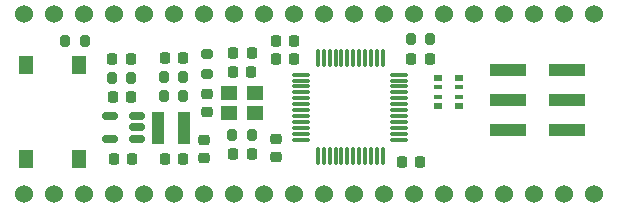
<source format=gbr>
%TF.GenerationSoftware,KiCad,Pcbnew,7.0.2*%
%TF.CreationDate,2023-06-20T04:44:58+07:00*%
%TF.ProjectId,STM32L431RCT6_prototype_board,53544d33-324c-4343-9331-524354365f70,rev?*%
%TF.SameCoordinates,Original*%
%TF.FileFunction,Soldermask,Top*%
%TF.FilePolarity,Negative*%
%FSLAX46Y46*%
G04 Gerber Fmt 4.6, Leading zero omitted, Abs format (unit mm)*
G04 Created by KiCad (PCBNEW 7.0.2) date 2023-06-20 04:44:58*
%MOMM*%
%LPD*%
G01*
G04 APERTURE LIST*
G04 Aperture macros list*
%AMRoundRect*
0 Rectangle with rounded corners*
0 $1 Rounding radius*
0 $2 $3 $4 $5 $6 $7 $8 $9 X,Y pos of 4 corners*
0 Add a 4 corners polygon primitive as box body*
4,1,4,$2,$3,$4,$5,$6,$7,$8,$9,$2,$3,0*
0 Add four circle primitives for the rounded corners*
1,1,$1+$1,$2,$3*
1,1,$1+$1,$4,$5*
1,1,$1+$1,$6,$7*
1,1,$1+$1,$8,$9*
0 Add four rect primitives between the rounded corners*
20,1,$1+$1,$2,$3,$4,$5,0*
20,1,$1+$1,$4,$5,$6,$7,0*
20,1,$1+$1,$6,$7,$8,$9,0*
20,1,$1+$1,$8,$9,$2,$3,0*%
G04 Aperture macros list end*
%ADD10RoundRect,0.225000X0.225000X0.250000X-0.225000X0.250000X-0.225000X-0.250000X0.225000X-0.250000X0*%
%ADD11RoundRect,0.225000X-0.225000X-0.250000X0.225000X-0.250000X0.225000X0.250000X-0.225000X0.250000X0*%
%ADD12RoundRect,0.200000X0.200000X0.275000X-0.200000X0.275000X-0.200000X-0.275000X0.200000X-0.275000X0*%
%ADD13R,0.800000X0.500000*%
%ADD14R,0.800000X0.400000*%
%ADD15RoundRect,0.225000X-0.250000X0.225000X-0.250000X-0.225000X0.250000X-0.225000X0.250000X0.225000X0*%
%ADD16R,1.000000X2.700000*%
%ADD17RoundRect,0.200000X-0.200000X-0.275000X0.200000X-0.275000X0.200000X0.275000X-0.200000X0.275000X0*%
%ADD18R,1.400000X1.200000*%
%ADD19RoundRect,0.225000X0.250000X-0.225000X0.250000X0.225000X-0.250000X0.225000X-0.250000X-0.225000X0*%
%ADD20C,1.524000*%
%ADD21R,3.150000X1.000000*%
%ADD22RoundRect,0.200000X0.275000X-0.200000X0.275000X0.200000X-0.275000X0.200000X-0.275000X-0.200000X0*%
%ADD23RoundRect,0.150000X0.512500X0.150000X-0.512500X0.150000X-0.512500X-0.150000X0.512500X-0.150000X0*%
%ADD24RoundRect,0.218750X0.218750X0.256250X-0.218750X0.256250X-0.218750X-0.256250X0.218750X-0.256250X0*%
%ADD25RoundRect,0.075000X-0.662500X-0.075000X0.662500X-0.075000X0.662500X0.075000X-0.662500X0.075000X0*%
%ADD26RoundRect,0.075000X-0.075000X-0.662500X0.075000X-0.662500X0.075000X0.662500X-0.075000X0.662500X0*%
%ADD27RoundRect,0.218750X-0.218750X-0.256250X0.218750X-0.256250X0.218750X0.256250X-0.218750X0.256250X0*%
%ADD28R,1.300000X1.550000*%
G04 APERTURE END LIST*
D10*
%TO.C,C10*%
X172475000Y-58500000D03*
X170925000Y-58500000D03*
%TD*%
D11*
%TO.C,C11*%
X170925000Y-67000000D03*
X172475000Y-67000000D03*
%TD*%
D12*
%TO.C,R4*%
X172525000Y-60100000D03*
X170875000Y-60100000D03*
%TD*%
D10*
%TO.C,C6*%
X181875000Y-57075000D03*
X180325000Y-57075000D03*
%TD*%
D13*
%TO.C,RN1*%
X195850000Y-62550000D03*
D14*
X195850000Y-61750000D03*
X195850000Y-60950000D03*
D13*
X195850000Y-60150000D03*
X194050000Y-60150000D03*
D14*
X194050000Y-60950000D03*
X194050000Y-61750000D03*
D13*
X194050000Y-62550000D03*
%TD*%
D11*
%TO.C,C5*%
X191825000Y-58575000D03*
X193375000Y-58575000D03*
%TD*%
D15*
%TO.C,C12*%
X174300000Y-65425000D03*
X174300000Y-66975000D03*
%TD*%
D16*
%TO.C,L1*%
X170400000Y-64400000D03*
X172600000Y-64400000D03*
%TD*%
D17*
%TO.C,R2*%
X191775000Y-56900000D03*
X193425000Y-56900000D03*
%TD*%
D18*
%TO.C,Y1*%
X176400000Y-63125000D03*
X178600000Y-63125000D03*
X178600000Y-61425000D03*
X176400000Y-61425000D03*
%TD*%
D19*
%TO.C,C2*%
X174500000Y-63050000D03*
X174500000Y-61500000D03*
%TD*%
D12*
%TO.C,R6*%
X168125000Y-60200000D03*
X166475000Y-60200000D03*
%TD*%
D20*
%TO.C,J2*%
X159000000Y-70000000D03*
X161540000Y-70000000D03*
X164080000Y-70000000D03*
X166620000Y-70000000D03*
X169160000Y-70000000D03*
X171700000Y-70000000D03*
X174240000Y-70000000D03*
X176780000Y-70000000D03*
X179320000Y-70000000D03*
X181860000Y-70000000D03*
X184400000Y-70000000D03*
X186940000Y-70000000D03*
X189480000Y-70000000D03*
X192020000Y-70000000D03*
X194560000Y-70000000D03*
X197100000Y-70000000D03*
X199640000Y-70000000D03*
X202180000Y-70000000D03*
X204720000Y-70000000D03*
X207260000Y-70000000D03*
X207260000Y-54760000D03*
X204720000Y-54760000D03*
X202180000Y-54760000D03*
X199640000Y-54760000D03*
X197100000Y-54760000D03*
X194560000Y-54760000D03*
X192020000Y-54760000D03*
X189480000Y-54760000D03*
X186940000Y-54760000D03*
X184400000Y-54760000D03*
X181860000Y-54760000D03*
X179320000Y-54760000D03*
X176780000Y-54760000D03*
X174240000Y-54760000D03*
X171700000Y-54760000D03*
X169160000Y-54760000D03*
X166620000Y-54760000D03*
X164080000Y-54760000D03*
X161540000Y-54760000D03*
X159000000Y-54760000D03*
%TD*%
D21*
%TO.C,J1*%
X205025000Y-64580000D03*
X199975000Y-64580000D03*
X205025000Y-62040000D03*
X199975000Y-62040000D03*
X205025000Y-59500000D03*
X199975000Y-59500000D03*
%TD*%
D11*
%TO.C,C9*%
X166525000Y-61800000D03*
X168075000Y-61800000D03*
%TD*%
D22*
%TO.C,R7*%
X174500000Y-59825000D03*
X174500000Y-58175000D03*
%TD*%
D10*
%TO.C,C1*%
X178275000Y-59675000D03*
X176725000Y-59675000D03*
%TD*%
D23*
%TO.C,U2*%
X168600000Y-65300000D03*
X168600000Y-64350000D03*
X168600000Y-63400000D03*
X166325000Y-63400000D03*
X166325000Y-65300000D03*
%TD*%
D17*
%TO.C,R3*%
X162525000Y-57050000D03*
X164175000Y-57050000D03*
%TD*%
D11*
%TO.C,C8*%
X166625000Y-67000000D03*
X168175000Y-67000000D03*
%TD*%
D24*
%TO.C,LED1*%
X166512500Y-58600000D03*
X168087500Y-58600000D03*
%TD*%
D11*
%TO.C,C4*%
X191025000Y-67275000D03*
X192575000Y-67275000D03*
%TD*%
D15*
%TO.C,C7*%
X180400000Y-65300000D03*
X180400000Y-66850000D03*
%TD*%
D10*
%TO.C,C3*%
X181875000Y-58575000D03*
X180325000Y-58575000D03*
%TD*%
D12*
%TO.C,R1*%
X178325000Y-64975000D03*
X176675000Y-64975000D03*
%TD*%
D25*
%TO.C,U1*%
X182487500Y-59887500D03*
X182487500Y-60387500D03*
X182487500Y-60887500D03*
X182487500Y-61387500D03*
X182487500Y-61887500D03*
X182487500Y-62387500D03*
X182487500Y-62887500D03*
X182487500Y-63387500D03*
X182487500Y-63887500D03*
X182487500Y-64387500D03*
X182487500Y-64887500D03*
X182487500Y-65387500D03*
D26*
X183900000Y-66800000D03*
X184400000Y-66800000D03*
X184900000Y-66800000D03*
X185400000Y-66800000D03*
X185900000Y-66800000D03*
X186400000Y-66800000D03*
X186900000Y-66800000D03*
X187400000Y-66800000D03*
X187900000Y-66800000D03*
X188400000Y-66800000D03*
X188900000Y-66800000D03*
X189400000Y-66800000D03*
D25*
X190812500Y-65387500D03*
X190812500Y-64887500D03*
X190812500Y-64387500D03*
X190812500Y-63887500D03*
X190812500Y-63387500D03*
X190812500Y-62887500D03*
X190812500Y-62387500D03*
X190812500Y-61887500D03*
X190812500Y-61387500D03*
X190812500Y-60887500D03*
X190812500Y-60387500D03*
X190812500Y-59887500D03*
D26*
X189400000Y-58475000D03*
X188900000Y-58475000D03*
X188400000Y-58475000D03*
X187900000Y-58475000D03*
X187400000Y-58475000D03*
X186900000Y-58475000D03*
X186400000Y-58475000D03*
X185900000Y-58475000D03*
X185400000Y-58475000D03*
X184900000Y-58475000D03*
X184400000Y-58475000D03*
X183900000Y-58475000D03*
%TD*%
D17*
%TO.C,R5*%
X170875000Y-61700000D03*
X172525000Y-61700000D03*
%TD*%
D27*
%TO.C,FB1*%
X176712500Y-66575000D03*
X178287500Y-66575000D03*
%TD*%
D24*
%TO.C,LED2*%
X176712500Y-58100000D03*
X178287500Y-58100000D03*
%TD*%
D28*
%TO.C,S1*%
X159200140Y-67049950D03*
X159200140Y-59100000D03*
X163700000Y-67049950D03*
X163700000Y-59100000D03*
%TD*%
M02*

</source>
